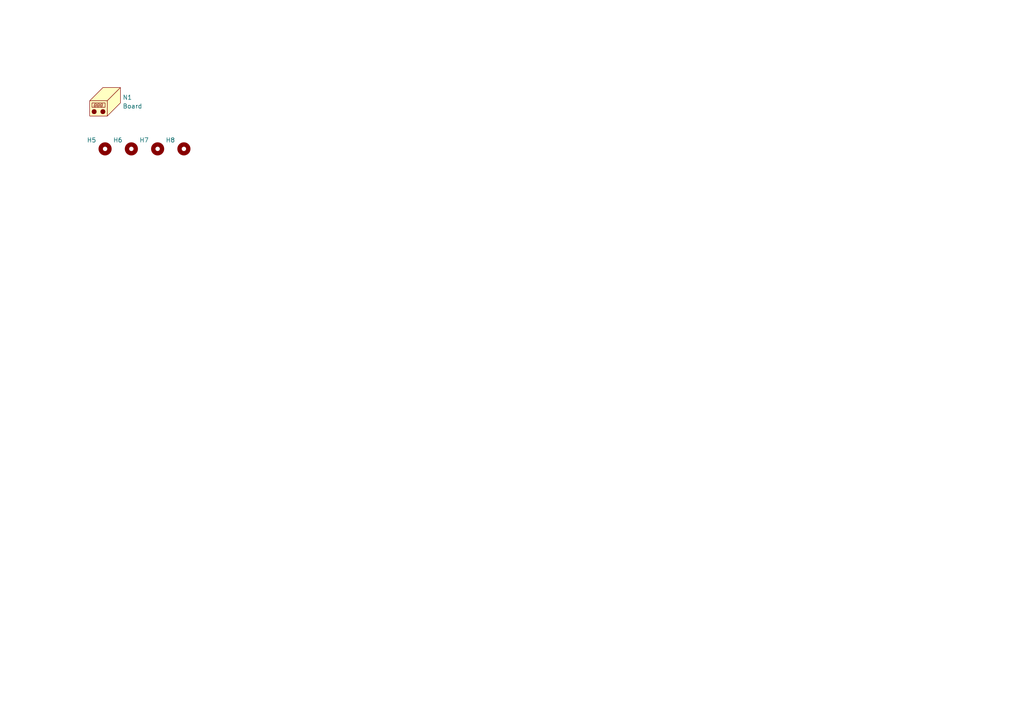
<source format=kicad_sch>
(kicad_sch (version 20231120) (generator "eeschema") (generator_version "8.0")
  (paper "A4")
  (title_block (title "WHY2025 badge") (date "2024-09-13") (rev "Prototype 2") (company "Badge.Team") (comment 1 "Copyright 2024 Nicolai Electronics") (comment 2 "License: CERN-OHL-P"))
  (lib_symbols
    (symbol "Mechanical:Housing" (pin_names (offset 1.016))
      (property "Reference" "N" (at 3.81 0 0))
      (property "Value" "Housing" (at 3.81 -1.905 0))
      (symbol "Housing_0_1"
        (rectangle (start -5.08 -0.635) (end -1.27 -1.905))
        (circle (center -4.445 -3.175) (radius 0.635) (fill (type outline)))
        (circle (center -1.905 -3.175) (radius 0.635) (fill (type outline)))
        (polyline (pts (xy -4.5212 -1.5748) (xy -4.4704 -1.3716)))
        (polyline (pts (xy -4.4196 -1.6764) (xy -4.064 -1.6764)))
        (polyline (pts (xy -4.4196 -1.2192) (xy -4.3688 -0.9652)))
        (polyline (pts (xy -4.318 -1.3208) (xy -4.0132 -1.3208)))
        (polyline (pts (xy -4.2164 -0.9144) (xy -3.9116 -0.9144)))
        (polyline (pts (xy -3.9116 -1.6256) (xy -3.8608 -1.3716)))
        (polyline (pts (xy -3.81 -1.2192) (xy -3.7592 -0.9652)))
        (polyline (pts (xy -3.6068 -1.5748) (xy -3.556 -1.3716)))
        (polyline (pts (xy -3.5052 -1.6764) (xy -3.1496 -1.6764)))
        (polyline (pts (xy -3.5052 -1.2192) (xy -3.4544 -0.9652)))
        (polyline (pts (xy -3.4036 -1.3208) (xy -3.0988 -1.3208)))
        (polyline (pts (xy -3.302 -0.9144) (xy -2.9972 -0.9144)))
        (polyline (pts (xy -2.9972 -1.6256) (xy -2.9464 -1.3716)))
        (polyline (pts (xy -2.8956 -1.2192) (xy -2.8448 -0.9652)))
        (polyline (pts (xy -2.6924 -1.5748) (xy -2.6416 -1.3716)))
        (polyline (pts (xy -2.5908 -1.6764) (xy -2.2352 -1.6764)))
        (polyline (pts (xy -2.5908 -1.2192) (xy -2.54 -0.9652)))
        (polyline (pts (xy -2.4892 -1.3208) (xy -2.1844 -1.3208)))
        (polyline (pts (xy -2.3876 -0.9144) (xy -2.0828 -0.9144)))
        (polyline (pts (xy -2.0828 -1.6256) (xy -2.032 -1.3716)))
        (polyline (pts (xy -1.9812 -1.2192) (xy -1.9304 -0.9652)))
        (polyline (pts (xy -0.635 0) (xy -0.635 -4.445)))
        (polyline (pts (xy -5.715 0) (xy -0.635 0) (xy 3.175 3.81)))
        (polyline (pts (xy -5.715 0) (xy -5.715 -4.445) (xy -0.635 -4.445) (xy 3.175 -0.635) (xy 3.175 3.81) (xy -1.905 3.81) (xy -5.715 0)) (fill (type background)))
      )
    )
    (symbol "Mechanical:MountingHole" (pin_names (offset 1.016)) (exclude_from_sim yes) (in_bom no)
      (property "Reference" "H" (at 0 5.08 0))
      (property "Value" "MountingHole" (at 0 3.175 0))
      (symbol "MountingHole_0_1"
        (circle (center 0 0) (radius 1.27) (stroke (width 1.27)))
      )
    )
  )
  (symbol (lib_id "Mechanical:MountingHole") (at 53.34 43.18 0) (mirror y) (unit 1) (exclude_from_sim yes) (in_bom no)
    (property "Reference" "H8" (at 50.8 40.6399 0) (effects (justify left)))
    (property "Value" "Mounting hole" (effects (hide yes)))
    (property "Footprint" "MountingHole:MountingHole_2.1mm" (effects (hide yes)))
    (property "Description" "Mounting Hole without connection" (effects (hide yes)))
    (property "LCSC" "-" (effects (hide yes)))
  )
  (symbol (lib_id "Mechanical:MountingHole") (at 38.1 43.18 0) (mirror y) (unit 1) (exclude_from_sim yes) (in_bom no)
    (property "Reference" "H6" (at 35.56 40.6399 0) (effects (justify left)))
    (property "Value" "Mounting hole" (effects (hide yes)))
    (property "Footprint" "MountingHole:MountingHole_2.1mm" (effects (hide yes)))
    (property "Description" "Mounting Hole without connection" (effects (hide yes)))
    (property "LCSC" "-" (effects (hide yes)))
  )
  (symbol (lib_id "Mechanical:MountingHole") (at 45.72 43.18 0) (mirror y) (unit 1) (exclude_from_sim yes) (in_bom no)
    (property "Reference" "H7" (at 43.18 40.6399 0) (effects (justify left)))
    (property "Value" "Mounting hole" (effects (hide yes)))
    (property "Footprint" "MountingHole:MountingHole_2.1mm" (effects (hide yes)))
    (property "Description" "Mounting Hole without connection" (effects (hide yes)))
    (property "LCSC" "-" (effects (hide yes)))
  )
  (symbol (lib_id "Mechanical:Housing") (at 31.75 29.21 0) (unit 1) (in_bom no)
    (property "Reference" "N1" (at 35.56 28.2574 0) (effects (justify left)))
    (property "Value" "Board" (at 35.56 30.7974 0) (effects (justify left)))
    (property "Footprint" "design:frontpanel_template" (effects (hide yes)))
    (property "Datasheet" "-" (effects (hide yes)))
    (property "Description" "Board" (effects (hide yes)))
    (property "LCSC" "-" (effects (hide yes)))
  )
  (symbol (lib_id "Mechanical:MountingHole") (at 30.48 43.18 0) (mirror y) (unit 1) (exclude_from_sim yes) (in_bom no)
    (property "Reference" "H5" (at 27.94 40.64 0) (effects (justify left)))
    (property "Value" "Mounting hole" (effects (hide yes)))
    (property "Footprint" "MountingHole:MountingHole_2.1mm" (effects (hide yes)))
    (property "Description" "Mounting Hole without connection" (effects (hide yes)))
    (property "LCSC" "-" (effects (hide yes)))
  )
)
</source>
